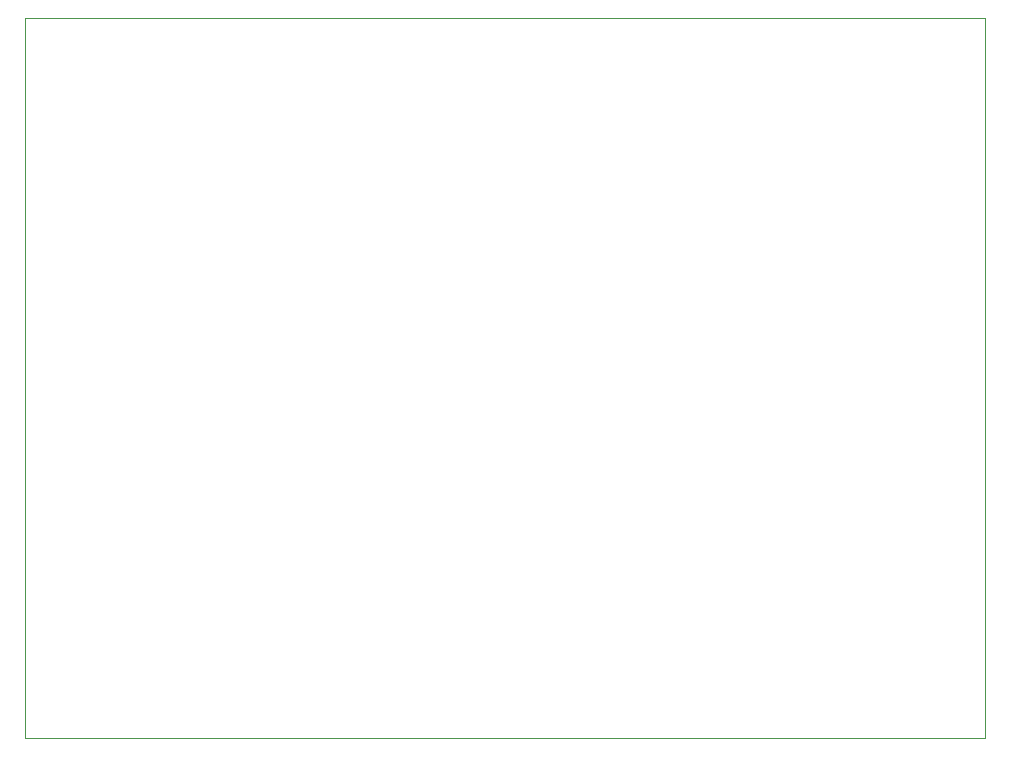
<source format=gbr>
%TF.GenerationSoftware,KiCad,Pcbnew,(7.0.0)*%
%TF.CreationDate,2023-03-10T10:01:45+01:00*%
%TF.ProjectId,PCH-1000JIG,5043482d-3130-4303-904a-49472e6b6963,rev?*%
%TF.SameCoordinates,Original*%
%TF.FileFunction,Profile,NP*%
%FSLAX46Y46*%
G04 Gerber Fmt 4.6, Leading zero omitted, Abs format (unit mm)*
G04 Created by KiCad (PCBNEW (7.0.0)) date 2023-03-10 10:01:45*
%MOMM*%
%LPD*%
G01*
G04 APERTURE LIST*
%TA.AperFunction,Profile*%
%ADD10C,0.100000*%
%TD*%
G04 APERTURE END LIST*
D10*
X15240000Y-15240000D02*
X96520000Y-15240000D01*
X96520000Y-15240000D02*
X96520000Y-76200000D01*
X96520000Y-76200000D02*
X15240000Y-76200000D01*
X15240000Y-76200000D02*
X15240000Y-15240000D01*
M02*

</source>
